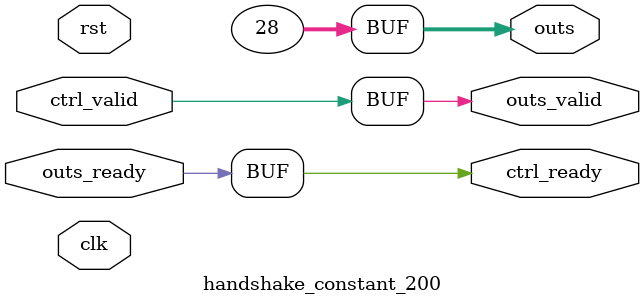
<source format=v>
`timescale 1ns / 1ps
module handshake_constant_200 #(
  parameter DATA_WIDTH = 32  // Default set to 32 bits
) (
  input                       clk,
  input                       rst,
  // Input Channel
  input                       ctrl_valid,
  output                      ctrl_ready,
  // Output Channel
  output [DATA_WIDTH - 1 : 0] outs,
  output                      outs_valid,
  input                       outs_ready
);
  assign outs       = 6'b011100;
  assign outs_valid = ctrl_valid;
  assign ctrl_ready = outs_ready;

endmodule

</source>
